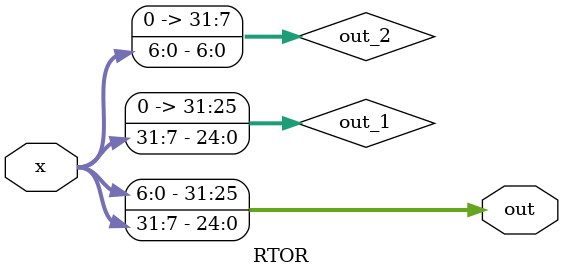
<source format=v>
`timescale 1ns / 1ps


module sha2_message_schedule (
    input           clk,
    input           rst,
    input           load,
    input           start,
    input           mode_sha2,  // 0: sha_256, 1: sha_384, sha_512, sha_512/256
    input   [63:0]  data_in,
    output  [63:0]  data_out
    );
    
    reg [63:0] MEM [15:0];
    wire [63:0] data_au;
    
    au_weight 
    AU_WEIGHT (
        .mode_sha2(mode_sha2),
        .data_in_1(MEM[0]), .data_in_2(MEM[1]),
        .data_in_3(MEM[9]), .data_in_4(MEM[14]),
        .data_out(data_au)
    );
   
    assign data_out = MEM[0];
    
    genvar i;
    generate
        for(i = 0; i < 16; i = i + 1) begin
        
        if(i == 15) begin
            always @(posedge clk) begin
                if (!rst) MEM[i] <= 0;
                else begin
                    if(load)       MEM[15]      <= data_in;
                    else if(start) MEM[15]      <= data_au;
                    else            MEM[i]      <= MEM[i];
                end
            end
        end
        else begin
            always @(posedge clk) begin
                if (!rst) MEM[i] <= 0;
                else begin
                    if(load | start)        MEM[i]      <= MEM[i+1];
                    else                    MEM[i]      <= MEM[i];
                end
            end
        end
        end
    endgenerate
endmodule

module au_weight
    (
    input        mode_sha2, // 0: sha_256, 1: sha_384, sha_512, sha_512/256
    input [63:0] data_in_1,
    input [63:0] data_in_2,
    input [63:0] data_in_3,
    input [63:0] data_in_4,
    output [63:0] data_out
    );
    
    wire [31:0] out_1_256; // t - 16
    wire [31:0] out_2_256; // t - 15
    wire [31:0] out_3_256; // t - 7
    wire [31:0] out_4_256; // t - 2
    wire [31:0] out_au_256;
    
    wire [63:0] out_1_512; // t - 16
    wire [63:0] out_2_512; // t - 15
    wire [63:0] out_3_512; // t - 7
    wire [63:0] out_4_512; // t - 2
    wire [63:0] out_au_512;
    
    assign out_1_256 = data_in_1[31:0];
    sigma_0 #(.SIZE(32)) s0_256 (.x(data_in_2[31:0]), .out(out_2_256));
    assign out_3_256 = data_in_3[31:0];
    sigma_1 #(.SIZE(32)) s1_256 (.x(data_in_4[31:0]), .out(out_4_256));
    assign out_au_256 = out_1_256 + out_2_256 + out_3_256 + out_4_256;
    
    assign out_1_512 = data_in_1;
    sigma_0_512 #(.SIZE(64)) s0_512 (.x(data_in_2), .out(out_2_512));
    assign out_3_512 = data_in_3;
    sigma_1_512 #(.SIZE(64)) s1_512 (.x(data_in_4), .out(out_4_512));
    assign out_au_512 = out_1_512 + out_2_512 + out_3_512 + out_4_512;
    
    assign data_out = (mode_sha2) ? out_au_512 : {32'h00000000,out_au_256};
    
endmodule

module sigma_0 #(
   parameter SIZE = 32
    )(
    input [SIZE-1:0] x,
    output [SIZE-1:0] out
    );

    wire [SIZE-1:0] out_1;
    wire [SIZE-1:0] out_2;
    wire [SIZE-1:0] out_3;
    
    RTOR #(.ROT(7),.SIZE(SIZE)) RTOT_7 (.x(x), .out(out_1));   
    RTOR #(.ROT(18),.SIZE(SIZE)) RTOT_18 (.x(x), .out(out_2));  
    assign out_3 = x >> 3;
    assign out = out_1 ^ out_2 ^ out_3;   
     
endmodule

module sigma_1 #(
   parameter SIZE = 32
    )(
    input [SIZE-1:0] x,
    output [SIZE-1:0] out
    );

    wire [SIZE-1:0] out_1;
    wire [SIZE-1:0] out_2;
    wire [SIZE-1:0] out_3;
    
    RTOR #(.ROT(17),.SIZE(SIZE)) RTOT_17 (.x(x), .out(out_1));   
    RTOR #(.ROT(19),.SIZE(SIZE)) RTOT_19 (.x(x), .out(out_2));  
    assign out_3 = x >> 10;
    assign out = out_1 ^ out_2 ^ out_3;   
     
endmodule

module sigma_0_512 #(
   parameter SIZE = 64
    )(
    input [SIZE-1:0] x,
    output [SIZE-1:0] out
    );

    wire [SIZE-1:0] out_1;
    wire [SIZE-1:0] out_2;
    wire [SIZE-1:0] out_3;
    
    RTOR #(.ROT(1),.SIZE(SIZE)) RTOT_1 (.x(x), .out(out_1));   
    RTOR #(.ROT(8),.SIZE(SIZE)) RTOT_8 (.x(x), .out(out_2));  
    assign out_3 = x >> 7;
    assign out = out_1 ^ out_2 ^ out_3;   
     
endmodule

module sigma_1_512 #(
   parameter SIZE = 64
    )(
    input [SIZE-1:0] x,
    output [SIZE-1:0] out
    );

    wire [SIZE-1:0] out_1;
    wire [SIZE-1:0] out_2;
    wire [SIZE-1:0] out_3;
    
    RTOR #(.ROT(19),.SIZE(SIZE)) RTOT_19 (.x(x), .out(out_1));   
    RTOR #(.ROT(61),.SIZE(SIZE)) RTOT_61 (.x(x), .out(out_2));  
    assign out_3 = x >> 6;
    assign out = out_1 ^ out_2 ^ out_3;   
     
endmodule

module eps_0 #(
   parameter SIZE = 32
    )(
    input [SIZE-1:0] x,
    output [SIZE-1:0] out
    );

    wire [SIZE-1:0] out_1;
    wire [SIZE-1:0] out_2;
    wire [SIZE-1:0] out_3;
    
    RTOR #(.ROT(2),.SIZE(SIZE)) RTOT_2 (.x(x), .out(out_1));   
    RTOR #(.ROT(13),.SIZE(SIZE)) RTOT_13 (.x(x), .out(out_2));
    RTOR #(.ROT(22),.SIZE(SIZE)) RTOT_22 (.x(x), .out(out_3));    
    assign out = out_1 ^ out_2 ^ out_3;   
     
endmodule

module eps_1 #(
   parameter SIZE = 32
    )(
    input [SIZE-1:0] x,
    output [SIZE-1:0] out
    );

    wire [SIZE-1:0] out_1;
    wire [SIZE-1:0] out_2;
    wire [SIZE-1:0] out_3;
    
    RTOR #(.ROT(6),.SIZE(SIZE)) RTOT_6 (.x(x), .out(out_1));   
    RTOR #(.ROT(11),.SIZE(SIZE)) RTOT_11 (.x(x), .out(out_2));
    RTOR #(.ROT(25),.SIZE(SIZE)) RTOT_25 (.x(x), .out(out_3));    
    assign out = out_1 ^ out_2 ^ out_3;   
     
endmodule

module eps_0_512 #(
   parameter SIZE = 64
    )(
    input [SIZE-1:0] x,
    output [SIZE-1:0] out
    );

    wire [SIZE-1:0] out_1;
    wire [SIZE-1:0] out_2;
    wire [SIZE-1:0] out_3;
    
    RTOR #(.ROT(28),.SIZE(SIZE)) RTOT_28 (.x(x), .out(out_1));   
    RTOR #(.ROT(34),.SIZE(SIZE)) RTOT_34 (.x(x), .out(out_2));
    RTOR #(.ROT(39),.SIZE(SIZE)) RTOT_39 (.x(x), .out(out_3));    
    assign out = out_1 ^ out_2 ^ out_3;   
     
endmodule

module eps_1_512 #(
   parameter SIZE = 64
    )(
    input [SIZE-1:0] x,
    output [SIZE-1:0] out
    );

    wire [SIZE-1:0] out_1;
    wire [SIZE-1:0] out_2;
    wire [SIZE-1:0] out_3;
    
    RTOR #(.ROT(14),.SIZE(SIZE)) RTOT_14 (.x(x), .out(out_1));   
    RTOR #(.ROT(18),.SIZE(SIZE)) RTOT_18 (.x(x), .out(out_2));
    RTOR #(.ROT(41),.SIZE(SIZE)) RTOT_41 (.x(x), .out(out_3));    
    assign out = out_1 ^ out_2 ^ out_3;   
     
endmodule

module RTOR # (
    parameter ROT = 7,
    parameter SIZE = 32
    )(
    input [SIZE-1:0] x,
    output [SIZE-1:0] out
    );
    
    wire [SIZE-1:0] out_1;
    wire [SIZE-1:0] out_2;
    
    assign out_1 = x >> ROT;
    assign out_2 = x[ROT-1:0];
    assign out = {out_2[ROT-1:0],out_1[SIZE-1-ROT:0]};
    
endmodule 

</source>
